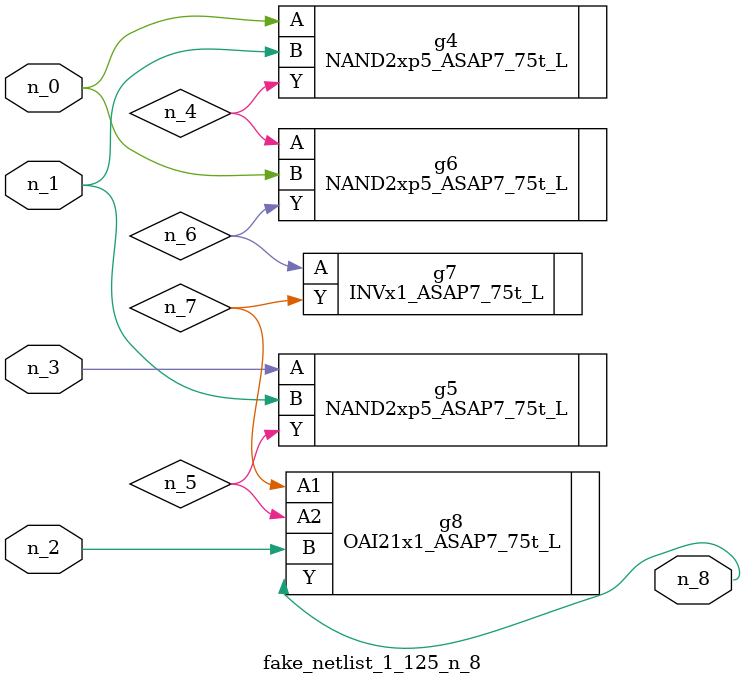
<source format=v>
module fake_netlist_1_125_n_8 (n_3, n_1, n_2, n_0, n_8);
input n_3;
input n_1;
input n_2;
input n_0;
output n_8;
wire n_6;
wire n_4;
wire n_5;
wire n_7;
NAND2xp5_ASAP7_75t_L g4 ( .A(n_0), .B(n_1), .Y(n_4) );
NAND2xp5_ASAP7_75t_L g5 ( .A(n_3), .B(n_1), .Y(n_5) );
NAND2xp5_ASAP7_75t_L g6 ( .A(n_4), .B(n_0), .Y(n_6) );
INVx1_ASAP7_75t_L g7 ( .A(n_6), .Y(n_7) );
OAI21x1_ASAP7_75t_L g8 ( .A1(n_7), .A2(n_5), .B(n_2), .Y(n_8) );
endmodule
</source>
